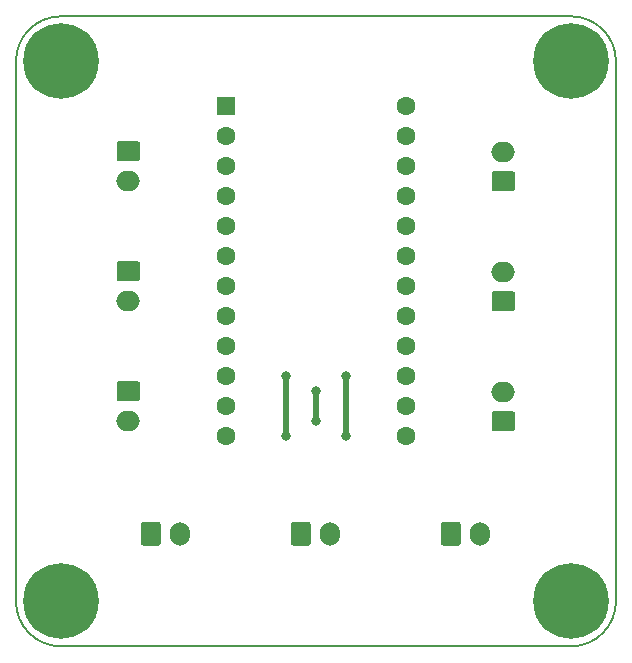
<source format=gbr>
G04 #@! TF.GenerationSoftware,KiCad,Pcbnew,(5.1.5)-3*
G04 #@! TF.CreationDate,2020-04-30T20:20:17+09:00*
G04 #@! TF.ProjectId,sif,7369662e-6b69-4636-9164-5f7063625858,rev?*
G04 #@! TF.SameCoordinates,Original*
G04 #@! TF.FileFunction,Copper,L1,Top*
G04 #@! TF.FilePolarity,Positive*
%FSLAX46Y46*%
G04 Gerber Fmt 4.6, Leading zero omitted, Abs format (unit mm)*
G04 Created by KiCad (PCBNEW (5.1.5)-3) date 2020-04-30 20:20:17*
%MOMM*%
%LPD*%
G04 APERTURE LIST*
%ADD10C,0.150000*%
%ADD11O,2.000000X1.700000*%
%ADD12O,1.700000X2.000000*%
%ADD13C,1.600000*%
%ADD14R,1.600000X1.600000*%
%ADD15C,0.800000*%
%ADD16C,6.400000*%
%ADD17C,0.500000*%
G04 APERTURE END LIST*
D10*
X12700000Y-16510000D02*
X12700000Y-62230000D01*
X59690000Y-12700000D02*
X16510000Y-12700000D01*
X63500000Y-62230000D02*
X63500000Y-16510000D01*
X16510000Y-66040000D02*
X59690000Y-66040000D01*
X16510000Y-66040000D02*
G75*
G02X12700000Y-62230000I0J3810000D01*
G01*
X63500000Y-62230000D02*
G75*
G02X59690000Y-66040000I-3810000J0D01*
G01*
X59690000Y-12700000D02*
G75*
G02X63500000Y-16510000I0J-3810000D01*
G01*
X12700000Y-16510000D02*
G75*
G02X16510000Y-12700000I3810000J0D01*
G01*
D11*
X22225000Y-36790000D03*
G04 #@! TA.AperFunction,ComponentPad*
D10*
G36*
X22999504Y-33441204D02*
G01*
X23023773Y-33444804D01*
X23047571Y-33450765D01*
X23070671Y-33459030D01*
X23092849Y-33469520D01*
X23113893Y-33482133D01*
X23133598Y-33496747D01*
X23151777Y-33513223D01*
X23168253Y-33531402D01*
X23182867Y-33551107D01*
X23195480Y-33572151D01*
X23205970Y-33594329D01*
X23214235Y-33617429D01*
X23220196Y-33641227D01*
X23223796Y-33665496D01*
X23225000Y-33690000D01*
X23225000Y-34890000D01*
X23223796Y-34914504D01*
X23220196Y-34938773D01*
X23214235Y-34962571D01*
X23205970Y-34985671D01*
X23195480Y-35007849D01*
X23182867Y-35028893D01*
X23168253Y-35048598D01*
X23151777Y-35066777D01*
X23133598Y-35083253D01*
X23113893Y-35097867D01*
X23092849Y-35110480D01*
X23070671Y-35120970D01*
X23047571Y-35129235D01*
X23023773Y-35135196D01*
X22999504Y-35138796D01*
X22975000Y-35140000D01*
X21475000Y-35140000D01*
X21450496Y-35138796D01*
X21426227Y-35135196D01*
X21402429Y-35129235D01*
X21379329Y-35120970D01*
X21357151Y-35110480D01*
X21336107Y-35097867D01*
X21316402Y-35083253D01*
X21298223Y-35066777D01*
X21281747Y-35048598D01*
X21267133Y-35028893D01*
X21254520Y-35007849D01*
X21244030Y-34985671D01*
X21235765Y-34962571D01*
X21229804Y-34938773D01*
X21226204Y-34914504D01*
X21225000Y-34890000D01*
X21225000Y-33690000D01*
X21226204Y-33665496D01*
X21229804Y-33641227D01*
X21235765Y-33617429D01*
X21244030Y-33594329D01*
X21254520Y-33572151D01*
X21267133Y-33551107D01*
X21281747Y-33531402D01*
X21298223Y-33513223D01*
X21316402Y-33496747D01*
X21336107Y-33482133D01*
X21357151Y-33469520D01*
X21379329Y-33459030D01*
X21402429Y-33450765D01*
X21426227Y-33444804D01*
X21450496Y-33441204D01*
X21475000Y-33440000D01*
X22975000Y-33440000D01*
X22999504Y-33441204D01*
G37*
G04 #@! TD.AperFunction*
D11*
X22225000Y-26630000D03*
G04 #@! TA.AperFunction,ComponentPad*
D10*
G36*
X22999504Y-23281204D02*
G01*
X23023773Y-23284804D01*
X23047571Y-23290765D01*
X23070671Y-23299030D01*
X23092849Y-23309520D01*
X23113893Y-23322133D01*
X23133598Y-23336747D01*
X23151777Y-23353223D01*
X23168253Y-23371402D01*
X23182867Y-23391107D01*
X23195480Y-23412151D01*
X23205970Y-23434329D01*
X23214235Y-23457429D01*
X23220196Y-23481227D01*
X23223796Y-23505496D01*
X23225000Y-23530000D01*
X23225000Y-24730000D01*
X23223796Y-24754504D01*
X23220196Y-24778773D01*
X23214235Y-24802571D01*
X23205970Y-24825671D01*
X23195480Y-24847849D01*
X23182867Y-24868893D01*
X23168253Y-24888598D01*
X23151777Y-24906777D01*
X23133598Y-24923253D01*
X23113893Y-24937867D01*
X23092849Y-24950480D01*
X23070671Y-24960970D01*
X23047571Y-24969235D01*
X23023773Y-24975196D01*
X22999504Y-24978796D01*
X22975000Y-24980000D01*
X21475000Y-24980000D01*
X21450496Y-24978796D01*
X21426227Y-24975196D01*
X21402429Y-24969235D01*
X21379329Y-24960970D01*
X21357151Y-24950480D01*
X21336107Y-24937867D01*
X21316402Y-24923253D01*
X21298223Y-24906777D01*
X21281747Y-24888598D01*
X21267133Y-24868893D01*
X21254520Y-24847849D01*
X21244030Y-24825671D01*
X21235765Y-24802571D01*
X21229804Y-24778773D01*
X21226204Y-24754504D01*
X21225000Y-24730000D01*
X21225000Y-23530000D01*
X21226204Y-23505496D01*
X21229804Y-23481227D01*
X21235765Y-23457429D01*
X21244030Y-23434329D01*
X21254520Y-23412151D01*
X21267133Y-23391107D01*
X21281747Y-23371402D01*
X21298223Y-23353223D01*
X21316402Y-23336747D01*
X21336107Y-23322133D01*
X21357151Y-23309520D01*
X21379329Y-23299030D01*
X21402429Y-23290765D01*
X21426227Y-23284804D01*
X21450496Y-23281204D01*
X21475000Y-23280000D01*
X22975000Y-23280000D01*
X22999504Y-23281204D01*
G37*
G04 #@! TD.AperFunction*
D11*
X53975000Y-44490000D03*
G04 #@! TA.AperFunction,ComponentPad*
D10*
G36*
X54749504Y-46141204D02*
G01*
X54773773Y-46144804D01*
X54797571Y-46150765D01*
X54820671Y-46159030D01*
X54842849Y-46169520D01*
X54863893Y-46182133D01*
X54883598Y-46196747D01*
X54901777Y-46213223D01*
X54918253Y-46231402D01*
X54932867Y-46251107D01*
X54945480Y-46272151D01*
X54955970Y-46294329D01*
X54964235Y-46317429D01*
X54970196Y-46341227D01*
X54973796Y-46365496D01*
X54975000Y-46390000D01*
X54975000Y-47590000D01*
X54973796Y-47614504D01*
X54970196Y-47638773D01*
X54964235Y-47662571D01*
X54955970Y-47685671D01*
X54945480Y-47707849D01*
X54932867Y-47728893D01*
X54918253Y-47748598D01*
X54901777Y-47766777D01*
X54883598Y-47783253D01*
X54863893Y-47797867D01*
X54842849Y-47810480D01*
X54820671Y-47820970D01*
X54797571Y-47829235D01*
X54773773Y-47835196D01*
X54749504Y-47838796D01*
X54725000Y-47840000D01*
X53225000Y-47840000D01*
X53200496Y-47838796D01*
X53176227Y-47835196D01*
X53152429Y-47829235D01*
X53129329Y-47820970D01*
X53107151Y-47810480D01*
X53086107Y-47797867D01*
X53066402Y-47783253D01*
X53048223Y-47766777D01*
X53031747Y-47748598D01*
X53017133Y-47728893D01*
X53004520Y-47707849D01*
X52994030Y-47685671D01*
X52985765Y-47662571D01*
X52979804Y-47638773D01*
X52976204Y-47614504D01*
X52975000Y-47590000D01*
X52975000Y-46390000D01*
X52976204Y-46365496D01*
X52979804Y-46341227D01*
X52985765Y-46317429D01*
X52994030Y-46294329D01*
X53004520Y-46272151D01*
X53017133Y-46251107D01*
X53031747Y-46231402D01*
X53048223Y-46213223D01*
X53066402Y-46196747D01*
X53086107Y-46182133D01*
X53107151Y-46169520D01*
X53129329Y-46159030D01*
X53152429Y-46150765D01*
X53176227Y-46144804D01*
X53200496Y-46141204D01*
X53225000Y-46140000D01*
X54725000Y-46140000D01*
X54749504Y-46141204D01*
G37*
G04 #@! TD.AperFunction*
D12*
X52030000Y-56515000D03*
G04 #@! TA.AperFunction,ComponentPad*
D10*
G36*
X50154504Y-55516204D02*
G01*
X50178773Y-55519804D01*
X50202571Y-55525765D01*
X50225671Y-55534030D01*
X50247849Y-55544520D01*
X50268893Y-55557133D01*
X50288598Y-55571747D01*
X50306777Y-55588223D01*
X50323253Y-55606402D01*
X50337867Y-55626107D01*
X50350480Y-55647151D01*
X50360970Y-55669329D01*
X50369235Y-55692429D01*
X50375196Y-55716227D01*
X50378796Y-55740496D01*
X50380000Y-55765000D01*
X50380000Y-57265000D01*
X50378796Y-57289504D01*
X50375196Y-57313773D01*
X50369235Y-57337571D01*
X50360970Y-57360671D01*
X50350480Y-57382849D01*
X50337867Y-57403893D01*
X50323253Y-57423598D01*
X50306777Y-57441777D01*
X50288598Y-57458253D01*
X50268893Y-57472867D01*
X50247849Y-57485480D01*
X50225671Y-57495970D01*
X50202571Y-57504235D01*
X50178773Y-57510196D01*
X50154504Y-57513796D01*
X50130000Y-57515000D01*
X48930000Y-57515000D01*
X48905496Y-57513796D01*
X48881227Y-57510196D01*
X48857429Y-57504235D01*
X48834329Y-57495970D01*
X48812151Y-57485480D01*
X48791107Y-57472867D01*
X48771402Y-57458253D01*
X48753223Y-57441777D01*
X48736747Y-57423598D01*
X48722133Y-57403893D01*
X48709520Y-57382849D01*
X48699030Y-57360671D01*
X48690765Y-57337571D01*
X48684804Y-57313773D01*
X48681204Y-57289504D01*
X48680000Y-57265000D01*
X48680000Y-55765000D01*
X48681204Y-55740496D01*
X48684804Y-55716227D01*
X48690765Y-55692429D01*
X48699030Y-55669329D01*
X48709520Y-55647151D01*
X48722133Y-55626107D01*
X48736747Y-55606402D01*
X48753223Y-55588223D01*
X48771402Y-55571747D01*
X48791107Y-55557133D01*
X48812151Y-55544520D01*
X48834329Y-55534030D01*
X48857429Y-55525765D01*
X48881227Y-55519804D01*
X48905496Y-55516204D01*
X48930000Y-55515000D01*
X50130000Y-55515000D01*
X50154504Y-55516204D01*
G37*
G04 #@! TD.AperFunction*
D11*
X53975000Y-34330000D03*
G04 #@! TA.AperFunction,ComponentPad*
D10*
G36*
X54749504Y-35981204D02*
G01*
X54773773Y-35984804D01*
X54797571Y-35990765D01*
X54820671Y-35999030D01*
X54842849Y-36009520D01*
X54863893Y-36022133D01*
X54883598Y-36036747D01*
X54901777Y-36053223D01*
X54918253Y-36071402D01*
X54932867Y-36091107D01*
X54945480Y-36112151D01*
X54955970Y-36134329D01*
X54964235Y-36157429D01*
X54970196Y-36181227D01*
X54973796Y-36205496D01*
X54975000Y-36230000D01*
X54975000Y-37430000D01*
X54973796Y-37454504D01*
X54970196Y-37478773D01*
X54964235Y-37502571D01*
X54955970Y-37525671D01*
X54945480Y-37547849D01*
X54932867Y-37568893D01*
X54918253Y-37588598D01*
X54901777Y-37606777D01*
X54883598Y-37623253D01*
X54863893Y-37637867D01*
X54842849Y-37650480D01*
X54820671Y-37660970D01*
X54797571Y-37669235D01*
X54773773Y-37675196D01*
X54749504Y-37678796D01*
X54725000Y-37680000D01*
X53225000Y-37680000D01*
X53200496Y-37678796D01*
X53176227Y-37675196D01*
X53152429Y-37669235D01*
X53129329Y-37660970D01*
X53107151Y-37650480D01*
X53086107Y-37637867D01*
X53066402Y-37623253D01*
X53048223Y-37606777D01*
X53031747Y-37588598D01*
X53017133Y-37568893D01*
X53004520Y-37547849D01*
X52994030Y-37525671D01*
X52985765Y-37502571D01*
X52979804Y-37478773D01*
X52976204Y-37454504D01*
X52975000Y-37430000D01*
X52975000Y-36230000D01*
X52976204Y-36205496D01*
X52979804Y-36181227D01*
X52985765Y-36157429D01*
X52994030Y-36134329D01*
X53004520Y-36112151D01*
X53017133Y-36091107D01*
X53031747Y-36071402D01*
X53048223Y-36053223D01*
X53066402Y-36036747D01*
X53086107Y-36022133D01*
X53107151Y-36009520D01*
X53129329Y-35999030D01*
X53152429Y-35990765D01*
X53176227Y-35984804D01*
X53200496Y-35981204D01*
X53225000Y-35980000D01*
X54725000Y-35980000D01*
X54749504Y-35981204D01*
G37*
G04 #@! TD.AperFunction*
D11*
X53975000Y-24170000D03*
G04 #@! TA.AperFunction,ComponentPad*
D10*
G36*
X54749504Y-25821204D02*
G01*
X54773773Y-25824804D01*
X54797571Y-25830765D01*
X54820671Y-25839030D01*
X54842849Y-25849520D01*
X54863893Y-25862133D01*
X54883598Y-25876747D01*
X54901777Y-25893223D01*
X54918253Y-25911402D01*
X54932867Y-25931107D01*
X54945480Y-25952151D01*
X54955970Y-25974329D01*
X54964235Y-25997429D01*
X54970196Y-26021227D01*
X54973796Y-26045496D01*
X54975000Y-26070000D01*
X54975000Y-27270000D01*
X54973796Y-27294504D01*
X54970196Y-27318773D01*
X54964235Y-27342571D01*
X54955970Y-27365671D01*
X54945480Y-27387849D01*
X54932867Y-27408893D01*
X54918253Y-27428598D01*
X54901777Y-27446777D01*
X54883598Y-27463253D01*
X54863893Y-27477867D01*
X54842849Y-27490480D01*
X54820671Y-27500970D01*
X54797571Y-27509235D01*
X54773773Y-27515196D01*
X54749504Y-27518796D01*
X54725000Y-27520000D01*
X53225000Y-27520000D01*
X53200496Y-27518796D01*
X53176227Y-27515196D01*
X53152429Y-27509235D01*
X53129329Y-27500970D01*
X53107151Y-27490480D01*
X53086107Y-27477867D01*
X53066402Y-27463253D01*
X53048223Y-27446777D01*
X53031747Y-27428598D01*
X53017133Y-27408893D01*
X53004520Y-27387849D01*
X52994030Y-27365671D01*
X52985765Y-27342571D01*
X52979804Y-27318773D01*
X52976204Y-27294504D01*
X52975000Y-27270000D01*
X52975000Y-26070000D01*
X52976204Y-26045496D01*
X52979804Y-26021227D01*
X52985765Y-25997429D01*
X52994030Y-25974329D01*
X53004520Y-25952151D01*
X53017133Y-25931107D01*
X53031747Y-25911402D01*
X53048223Y-25893223D01*
X53066402Y-25876747D01*
X53086107Y-25862133D01*
X53107151Y-25849520D01*
X53129329Y-25839030D01*
X53152429Y-25830765D01*
X53176227Y-25824804D01*
X53200496Y-25821204D01*
X53225000Y-25820000D01*
X54725000Y-25820000D01*
X54749504Y-25821204D01*
G37*
G04 #@! TD.AperFunction*
D12*
X39330000Y-56515000D03*
G04 #@! TA.AperFunction,ComponentPad*
D10*
G36*
X37454504Y-55516204D02*
G01*
X37478773Y-55519804D01*
X37502571Y-55525765D01*
X37525671Y-55534030D01*
X37547849Y-55544520D01*
X37568893Y-55557133D01*
X37588598Y-55571747D01*
X37606777Y-55588223D01*
X37623253Y-55606402D01*
X37637867Y-55626107D01*
X37650480Y-55647151D01*
X37660970Y-55669329D01*
X37669235Y-55692429D01*
X37675196Y-55716227D01*
X37678796Y-55740496D01*
X37680000Y-55765000D01*
X37680000Y-57265000D01*
X37678796Y-57289504D01*
X37675196Y-57313773D01*
X37669235Y-57337571D01*
X37660970Y-57360671D01*
X37650480Y-57382849D01*
X37637867Y-57403893D01*
X37623253Y-57423598D01*
X37606777Y-57441777D01*
X37588598Y-57458253D01*
X37568893Y-57472867D01*
X37547849Y-57485480D01*
X37525671Y-57495970D01*
X37502571Y-57504235D01*
X37478773Y-57510196D01*
X37454504Y-57513796D01*
X37430000Y-57515000D01*
X36230000Y-57515000D01*
X36205496Y-57513796D01*
X36181227Y-57510196D01*
X36157429Y-57504235D01*
X36134329Y-57495970D01*
X36112151Y-57485480D01*
X36091107Y-57472867D01*
X36071402Y-57458253D01*
X36053223Y-57441777D01*
X36036747Y-57423598D01*
X36022133Y-57403893D01*
X36009520Y-57382849D01*
X35999030Y-57360671D01*
X35990765Y-57337571D01*
X35984804Y-57313773D01*
X35981204Y-57289504D01*
X35980000Y-57265000D01*
X35980000Y-55765000D01*
X35981204Y-55740496D01*
X35984804Y-55716227D01*
X35990765Y-55692429D01*
X35999030Y-55669329D01*
X36009520Y-55647151D01*
X36022133Y-55626107D01*
X36036747Y-55606402D01*
X36053223Y-55588223D01*
X36071402Y-55571747D01*
X36091107Y-55557133D01*
X36112151Y-55544520D01*
X36134329Y-55534030D01*
X36157429Y-55525765D01*
X36181227Y-55519804D01*
X36205496Y-55516204D01*
X36230000Y-55515000D01*
X37430000Y-55515000D01*
X37454504Y-55516204D01*
G37*
G04 #@! TD.AperFunction*
D12*
X26630000Y-56515000D03*
G04 #@! TA.AperFunction,ComponentPad*
D10*
G36*
X24754504Y-55516204D02*
G01*
X24778773Y-55519804D01*
X24802571Y-55525765D01*
X24825671Y-55534030D01*
X24847849Y-55544520D01*
X24868893Y-55557133D01*
X24888598Y-55571747D01*
X24906777Y-55588223D01*
X24923253Y-55606402D01*
X24937867Y-55626107D01*
X24950480Y-55647151D01*
X24960970Y-55669329D01*
X24969235Y-55692429D01*
X24975196Y-55716227D01*
X24978796Y-55740496D01*
X24980000Y-55765000D01*
X24980000Y-57265000D01*
X24978796Y-57289504D01*
X24975196Y-57313773D01*
X24969235Y-57337571D01*
X24960970Y-57360671D01*
X24950480Y-57382849D01*
X24937867Y-57403893D01*
X24923253Y-57423598D01*
X24906777Y-57441777D01*
X24888598Y-57458253D01*
X24868893Y-57472867D01*
X24847849Y-57485480D01*
X24825671Y-57495970D01*
X24802571Y-57504235D01*
X24778773Y-57510196D01*
X24754504Y-57513796D01*
X24730000Y-57515000D01*
X23530000Y-57515000D01*
X23505496Y-57513796D01*
X23481227Y-57510196D01*
X23457429Y-57504235D01*
X23434329Y-57495970D01*
X23412151Y-57485480D01*
X23391107Y-57472867D01*
X23371402Y-57458253D01*
X23353223Y-57441777D01*
X23336747Y-57423598D01*
X23322133Y-57403893D01*
X23309520Y-57382849D01*
X23299030Y-57360671D01*
X23290765Y-57337571D01*
X23284804Y-57313773D01*
X23281204Y-57289504D01*
X23280000Y-57265000D01*
X23280000Y-55765000D01*
X23281204Y-55740496D01*
X23284804Y-55716227D01*
X23290765Y-55692429D01*
X23299030Y-55669329D01*
X23309520Y-55647151D01*
X23322133Y-55626107D01*
X23336747Y-55606402D01*
X23353223Y-55588223D01*
X23371402Y-55571747D01*
X23391107Y-55557133D01*
X23412151Y-55544520D01*
X23434329Y-55534030D01*
X23457429Y-55525765D01*
X23481227Y-55519804D01*
X23505496Y-55516204D01*
X23530000Y-55515000D01*
X24730000Y-55515000D01*
X24754504Y-55516204D01*
G37*
G04 #@! TD.AperFunction*
D11*
X22225000Y-46950000D03*
G04 #@! TA.AperFunction,ComponentPad*
D10*
G36*
X22999504Y-43601204D02*
G01*
X23023773Y-43604804D01*
X23047571Y-43610765D01*
X23070671Y-43619030D01*
X23092849Y-43629520D01*
X23113893Y-43642133D01*
X23133598Y-43656747D01*
X23151777Y-43673223D01*
X23168253Y-43691402D01*
X23182867Y-43711107D01*
X23195480Y-43732151D01*
X23205970Y-43754329D01*
X23214235Y-43777429D01*
X23220196Y-43801227D01*
X23223796Y-43825496D01*
X23225000Y-43850000D01*
X23225000Y-45050000D01*
X23223796Y-45074504D01*
X23220196Y-45098773D01*
X23214235Y-45122571D01*
X23205970Y-45145671D01*
X23195480Y-45167849D01*
X23182867Y-45188893D01*
X23168253Y-45208598D01*
X23151777Y-45226777D01*
X23133598Y-45243253D01*
X23113893Y-45257867D01*
X23092849Y-45270480D01*
X23070671Y-45280970D01*
X23047571Y-45289235D01*
X23023773Y-45295196D01*
X22999504Y-45298796D01*
X22975000Y-45300000D01*
X21475000Y-45300000D01*
X21450496Y-45298796D01*
X21426227Y-45295196D01*
X21402429Y-45289235D01*
X21379329Y-45280970D01*
X21357151Y-45270480D01*
X21336107Y-45257867D01*
X21316402Y-45243253D01*
X21298223Y-45226777D01*
X21281747Y-45208598D01*
X21267133Y-45188893D01*
X21254520Y-45167849D01*
X21244030Y-45145671D01*
X21235765Y-45122571D01*
X21229804Y-45098773D01*
X21226204Y-45074504D01*
X21225000Y-45050000D01*
X21225000Y-43850000D01*
X21226204Y-43825496D01*
X21229804Y-43801227D01*
X21235765Y-43777429D01*
X21244030Y-43754329D01*
X21254520Y-43732151D01*
X21267133Y-43711107D01*
X21281747Y-43691402D01*
X21298223Y-43673223D01*
X21316402Y-43656747D01*
X21336107Y-43642133D01*
X21357151Y-43629520D01*
X21379329Y-43619030D01*
X21402429Y-43610765D01*
X21426227Y-43604804D01*
X21450496Y-43601204D01*
X21475000Y-43600000D01*
X22975000Y-43600000D01*
X22999504Y-43601204D01*
G37*
G04 #@! TD.AperFunction*
D13*
X45720000Y-20320000D03*
X45720000Y-22860000D03*
X45720000Y-25400000D03*
X45720000Y-27940000D03*
X45720000Y-30480000D03*
X45720000Y-33020000D03*
X45720000Y-35560000D03*
X45720000Y-38100000D03*
X45720000Y-40640000D03*
X45720000Y-43180000D03*
X45720000Y-45720000D03*
X45720000Y-48260000D03*
X30480000Y-48260000D03*
X30480000Y-45720000D03*
X30480000Y-43180000D03*
X30480000Y-40640000D03*
X30480000Y-38100000D03*
X30480000Y-35560000D03*
X30480000Y-33020000D03*
X30480000Y-30480000D03*
X30480000Y-27940000D03*
X30480000Y-25400000D03*
X30480000Y-22860000D03*
D14*
X30480000Y-20320000D03*
D15*
X61387056Y-60532944D03*
X59690000Y-59830000D03*
X57992944Y-60532944D03*
X57290000Y-62230000D03*
X57992944Y-63927056D03*
X59690000Y-64630000D03*
X61387056Y-63927056D03*
X62090000Y-62230000D03*
D16*
X59690000Y-62230000D03*
D15*
X18207056Y-60532944D03*
X16510000Y-59830000D03*
X14812944Y-60532944D03*
X14110000Y-62230000D03*
X14812944Y-63927056D03*
X16510000Y-64630000D03*
X18207056Y-63927056D03*
X18910000Y-62230000D03*
D16*
X16510000Y-62230000D03*
D15*
X18207056Y-14812944D03*
X16510000Y-14110000D03*
X14812944Y-14812944D03*
X14110000Y-16510000D03*
X14812944Y-18207056D03*
X16510000Y-18910000D03*
X18207056Y-18207056D03*
X18910000Y-16510000D03*
D16*
X16510000Y-16510000D03*
D15*
X61387056Y-14812944D03*
X59690000Y-14110000D03*
X57992944Y-14812944D03*
X57290000Y-16510000D03*
X57992944Y-18207056D03*
X59690000Y-18910000D03*
X61387056Y-18207056D03*
X62090000Y-16510000D03*
D16*
X59690000Y-16510000D03*
D15*
X40640000Y-43180000D03*
X40640000Y-48260000D03*
X35560000Y-43180000D03*
X35560000Y-48260000D03*
X38100000Y-44450000D03*
X38100000Y-46990000D03*
D17*
X40640000Y-43180000D02*
X40640000Y-48260000D01*
X35560000Y-43180000D02*
X35560000Y-48260000D01*
X38100000Y-44450000D02*
X38100000Y-46990000D01*
M02*

</source>
